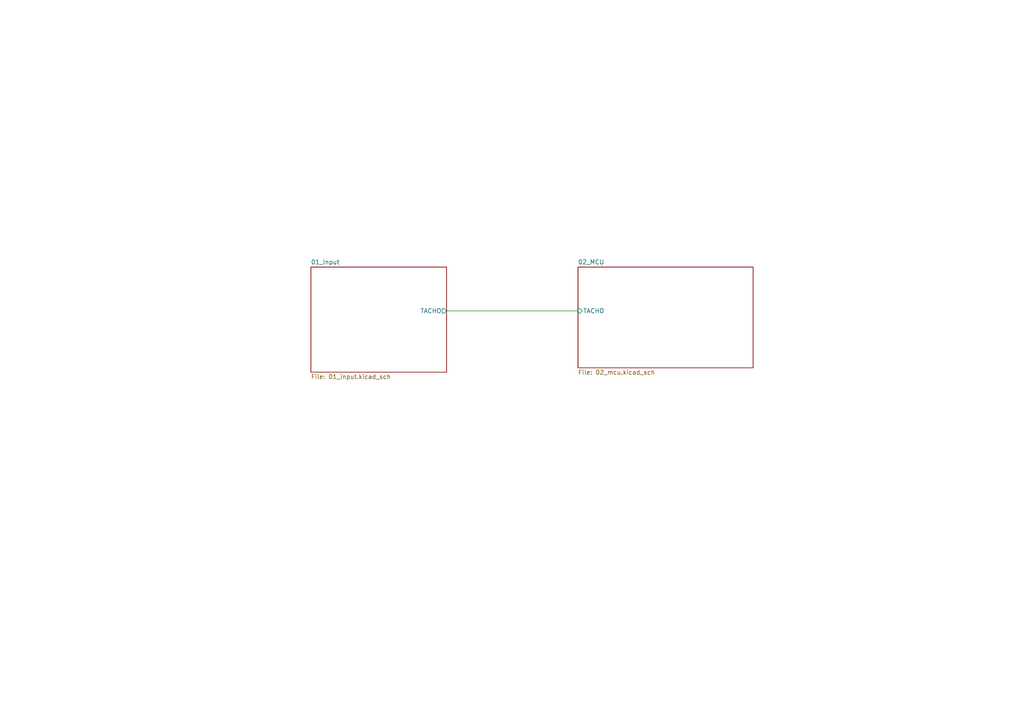
<source format=kicad_sch>
(kicad_sch
	(version 20231120)
	(generator "eeschema")
	(generator_version "8.0")
	(uuid "db7756aa-b7f6-4357-ad6e-f204384e9cf5")
	(paper "A4")
	(title_block
		(title "${PROJECTNAME}")
		(date "${ISSUE_DATE}")
		(rev "${REVISION}")
	)
	(lib_symbols)
	(wire
		(pts
			(xy 129.54 90.17) (xy 167.64 90.17)
		)
		(stroke
			(width 0)
			(type default)
		)
		(uuid "0a3f6231-2f66-4a30-9316-744a139ce4e9")
	)
	(sheet
		(at 167.64 77.47)
		(size 50.8 29.21)
		(fields_autoplaced yes)
		(stroke
			(width 0.1524)
			(type solid)
		)
		(fill
			(color 0 0 0 0.0000)
		)
		(uuid "258d2df1-2e74-4607-a728-cf3b51483e10")
		(property "Sheetname" "02_MCU"
			(at 167.64 76.7584 0)
			(effects
				(font
					(size 1.27 1.27)
				)
				(justify left bottom)
			)
		)
		(property "Sheetfile" "02_mcu.kicad_sch"
			(at 167.64 107.2646 0)
			(effects
				(font
					(size 1.27 1.27)
				)
				(justify left top)
			)
		)
		(pin "TACHO" input
			(at 167.64 90.17 180)
			(effects
				(font
					(size 1.27 1.27)
				)
				(justify left)
			)
			(uuid "41de2a52-086b-49ab-93ef-ea4d2c9e749e")
		)
		(instances
			(project "ShiftLight"
				(path "/db7756aa-b7f6-4357-ad6e-f204384e9cf5"
					(page "3")
				)
			)
		)
	)
	(sheet
		(at 90.17 77.47)
		(size 39.37 30.48)
		(fields_autoplaced yes)
		(stroke
			(width 0.1524)
			(type solid)
		)
		(fill
			(color 0 0 0 0.0000)
		)
		(uuid "c0066c6c-44dc-49da-889b-b666c4212450")
		(property "Sheetname" "01_Input"
			(at 90.17 76.7584 0)
			(effects
				(font
					(size 1.27 1.27)
				)
				(justify left bottom)
			)
		)
		(property "Sheetfile" "01_input.kicad_sch"
			(at 90.17 108.5346 0)
			(effects
				(font
					(size 1.27 1.27)
				)
				(justify left top)
			)
		)
		(pin "TACHO" output
			(at 129.54 90.17 0)
			(effects
				(font
					(size 1.27 1.27)
				)
				(justify right)
			)
			(uuid "c038c029-5c6e-40c5-90cb-19cfe10729d5")
		)
		(instances
			(project "ShiftLight"
				(path "/db7756aa-b7f6-4357-ad6e-f204384e9cf5"
					(page "2")
				)
			)
		)
	)
	(sheet_instances
		(path "/"
			(page "1")
		)
	)
)

</source>
